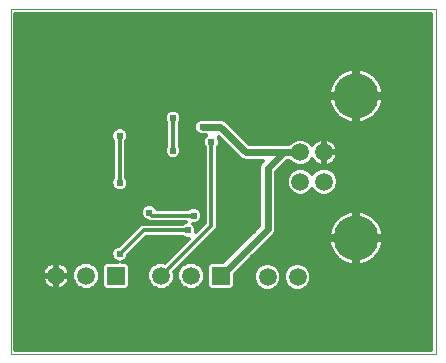
<source format=gbl>
G75*
G70*
%OFA0B0*%
%FSLAX24Y24*%
%IPPOS*%
%LPD*%
%AMOC8*
5,1,8,0,0,1.08239X$1,22.5*
%
%ADD10C,0.0000*%
%ADD11C,0.1502*%
%ADD12C,0.0594*%
%ADD13R,0.0594X0.0594*%
%ADD14C,0.0120*%
%ADD15C,0.0240*%
%ADD16C,0.0240*%
D10*
X001046Y003014D02*
X001046Y014530D01*
X015219Y014530D01*
X015219Y003014D01*
X001046Y003014D01*
D11*
X012562Y006888D03*
X012562Y011629D03*
D12*
X011495Y009751D03*
X010707Y009751D03*
X010707Y008766D03*
X011495Y008766D03*
X010609Y005593D03*
X009609Y005593D03*
X007062Y005629D03*
X006062Y005629D03*
X003562Y005629D03*
X002562Y005629D03*
D13*
X004562Y005629D03*
X008062Y005629D03*
D14*
X007605Y005684D02*
X007518Y005684D01*
X007518Y005719D02*
X007518Y005538D01*
X007449Y005370D01*
X007320Y005241D01*
X007152Y005172D01*
X006971Y005172D01*
X006803Y005241D01*
X006674Y005370D01*
X006605Y005538D01*
X006605Y005719D01*
X006674Y005887D01*
X006803Y006016D01*
X006971Y006085D01*
X007152Y006085D01*
X007320Y006016D01*
X007449Y005887D01*
X007518Y005719D01*
X007484Y005802D02*
X007605Y005802D01*
X007605Y005921D02*
X007416Y005921D01*
X007264Y006039D02*
X007652Y006039D01*
X007698Y006085D02*
X007605Y005992D01*
X007605Y005265D01*
X007698Y005172D01*
X008425Y005172D01*
X008518Y005265D01*
X008518Y005689D01*
X009846Y007017D01*
X009889Y007120D01*
X009889Y009099D01*
X010260Y009471D01*
X010341Y009471D01*
X010448Y009363D01*
X010616Y009294D01*
X010798Y009294D01*
X010966Y009363D01*
X011095Y009492D01*
X011103Y009513D01*
X011104Y009511D01*
X011146Y009453D01*
X011197Y009402D01*
X011255Y009360D01*
X011319Y009327D01*
X011388Y009305D01*
X011456Y009294D01*
X011456Y009712D01*
X011533Y009712D01*
X011533Y009294D01*
X011602Y009305D01*
X011670Y009327D01*
X011734Y009360D01*
X011792Y009402D01*
X011843Y009453D01*
X011885Y009511D01*
X011918Y009575D01*
X011940Y009644D01*
X011951Y009712D01*
X011533Y009712D01*
X011533Y009789D01*
X011456Y009789D01*
X011456Y010207D01*
X011388Y010196D01*
X011319Y010174D01*
X011255Y010141D01*
X011197Y010099D01*
X011146Y010048D01*
X011104Y009990D01*
X011103Y009989D01*
X011095Y010009D01*
X010966Y010138D01*
X010798Y010207D01*
X010616Y010207D01*
X010448Y010138D01*
X010341Y010031D01*
X008993Y010031D01*
X008271Y010752D01*
X008193Y010830D01*
X008090Y010873D01*
X007388Y010873D01*
X007285Y010830D01*
X007206Y010752D01*
X007163Y010649D01*
X007163Y010537D01*
X007206Y010434D01*
X007285Y010356D01*
X007388Y010313D01*
X007555Y010313D01*
X007501Y010260D01*
X007459Y010157D01*
X007459Y010045D01*
X007501Y009942D01*
X007519Y009925D01*
X007519Y007397D01*
X007231Y007109D01*
X007231Y007204D01*
X007189Y007307D01*
X007135Y007360D01*
X007204Y007360D01*
X007307Y007403D01*
X007386Y007482D01*
X007428Y007585D01*
X007428Y007696D01*
X007386Y007799D01*
X007307Y007878D01*
X007204Y007920D01*
X007092Y007920D01*
X006990Y007878D01*
X006972Y007860D01*
X005925Y007860D01*
X005909Y007897D01*
X005830Y007976D01*
X005728Y008019D01*
X005616Y008019D01*
X005513Y007976D01*
X005434Y007897D01*
X005392Y007794D01*
X005392Y007683D01*
X005434Y007580D01*
X005513Y007501D01*
X005616Y007459D01*
X005641Y007459D01*
X005679Y007420D01*
X006877Y007420D01*
X006793Y007386D01*
X006775Y007368D01*
X005384Y007368D01*
X004656Y006641D01*
X004632Y006641D01*
X004529Y006598D01*
X004450Y006519D01*
X004408Y006416D01*
X004408Y006305D01*
X004450Y006202D01*
X004529Y006123D01*
X004621Y006085D01*
X004198Y006085D01*
X004105Y005992D01*
X004105Y005265D01*
X004198Y005172D01*
X004925Y005172D01*
X005018Y005265D01*
X005018Y005992D01*
X004925Y006085D01*
X004754Y006085D01*
X004846Y006123D01*
X004925Y006202D01*
X004968Y006305D01*
X004968Y006330D01*
X005566Y006928D01*
X006775Y006928D01*
X006793Y006911D01*
X006896Y006868D01*
X006990Y006868D01*
X006191Y006069D01*
X006152Y006085D01*
X005971Y006085D01*
X005803Y006016D01*
X005674Y005887D01*
X005605Y005719D01*
X005605Y005538D01*
X005674Y005370D01*
X005803Y005241D01*
X005971Y005172D01*
X006152Y005172D01*
X006320Y005241D01*
X006449Y005370D01*
X006518Y005538D01*
X006518Y005719D01*
X006502Y005758D01*
X007959Y007215D01*
X007959Y009925D01*
X007976Y009942D01*
X008019Y010045D01*
X008019Y010157D01*
X007979Y010252D01*
X008718Y009513D01*
X008821Y009471D01*
X009468Y009471D01*
X009450Y009452D01*
X009371Y009374D01*
X009329Y009271D01*
X009329Y007292D01*
X008122Y006085D01*
X007698Y006085D01*
X007257Y006513D02*
X008550Y006513D01*
X008432Y006395D02*
X007139Y006395D01*
X007020Y006276D02*
X008313Y006276D01*
X008195Y006158D02*
X006902Y006158D01*
X006859Y006039D02*
X006783Y006039D01*
X006707Y005921D02*
X006665Y005921D01*
X006639Y005802D02*
X006546Y005802D01*
X006518Y005684D02*
X006605Y005684D01*
X006605Y005565D02*
X006518Y005565D01*
X006481Y005447D02*
X006642Y005447D01*
X006716Y005328D02*
X006407Y005328D01*
X006244Y005210D02*
X006879Y005210D01*
X007244Y005210D02*
X007661Y005210D01*
X007605Y005328D02*
X007407Y005328D01*
X007481Y005447D02*
X007605Y005447D01*
X007605Y005565D02*
X007518Y005565D01*
X008463Y005210D02*
X009346Y005210D01*
X009350Y005206D02*
X009518Y005136D01*
X009700Y005136D01*
X009868Y005206D01*
X009996Y005334D01*
X010066Y005502D01*
X010066Y005684D01*
X009996Y005852D01*
X009868Y005980D01*
X009700Y006050D01*
X009518Y006050D01*
X009350Y005980D01*
X009222Y005852D01*
X009152Y005684D01*
X009152Y005502D01*
X009222Y005334D01*
X009350Y005206D01*
X009228Y005328D02*
X008518Y005328D01*
X008518Y005447D02*
X009175Y005447D01*
X009152Y005565D02*
X008518Y005565D01*
X008518Y005684D02*
X009152Y005684D01*
X009201Y005802D02*
X008631Y005802D01*
X008750Y005921D02*
X009290Y005921D01*
X009492Y006039D02*
X008868Y006039D01*
X008987Y006158D02*
X012017Y006158D01*
X012054Y006129D02*
X012158Y006069D01*
X012268Y006024D01*
X012383Y005993D01*
X012502Y005977D01*
X012502Y006828D01*
X012622Y006828D01*
X012622Y006948D01*
X013473Y006948D01*
X013457Y007066D01*
X013426Y007182D01*
X013381Y007292D01*
X013321Y007396D01*
X013248Y007490D01*
X013164Y007575D01*
X013069Y007648D01*
X012965Y007707D01*
X012855Y007753D01*
X012740Y007784D01*
X012622Y007799D01*
X012622Y006948D01*
X012502Y006948D01*
X012502Y007799D01*
X012383Y007784D01*
X012268Y007753D01*
X012158Y007707D01*
X012054Y007648D01*
X011960Y007575D01*
X011875Y007490D01*
X011802Y007396D01*
X011743Y007292D01*
X011697Y007182D01*
X011666Y007066D01*
X011650Y006948D01*
X012502Y006948D01*
X012502Y006828D01*
X011650Y006828D01*
X011666Y006710D01*
X011697Y006595D01*
X011743Y006484D01*
X011802Y006381D01*
X011875Y006286D01*
X011960Y006202D01*
X012054Y006129D01*
X012231Y006039D02*
X010726Y006039D01*
X010700Y006050D02*
X010518Y006050D01*
X010350Y005980D01*
X010222Y005852D01*
X010152Y005684D01*
X010152Y005502D01*
X010222Y005334D01*
X010350Y005206D01*
X010518Y005136D01*
X010700Y005136D01*
X010868Y005206D01*
X010996Y005334D01*
X011066Y005502D01*
X011066Y005684D01*
X010996Y005852D01*
X010868Y005980D01*
X010700Y006050D01*
X010927Y005921D02*
X015059Y005921D01*
X015059Y006039D02*
X012892Y006039D01*
X012855Y006024D02*
X012965Y006069D01*
X013069Y006129D01*
X013164Y006202D01*
X013248Y006286D01*
X013321Y006381D01*
X013381Y006484D01*
X013426Y006595D01*
X013457Y006710D01*
X013473Y006828D01*
X012622Y006828D01*
X012622Y005977D01*
X012740Y005993D01*
X012855Y006024D01*
X012622Y006039D02*
X012502Y006039D01*
X012502Y006158D02*
X012622Y006158D01*
X012622Y006276D02*
X012502Y006276D01*
X012502Y006395D02*
X012622Y006395D01*
X012622Y006513D02*
X012502Y006513D01*
X012502Y006632D02*
X012622Y006632D01*
X012622Y006750D02*
X012502Y006750D01*
X012502Y006869D02*
X009698Y006869D01*
X009816Y006987D02*
X011656Y006987D01*
X011676Y007106D02*
X009883Y007106D01*
X009889Y007224D02*
X011714Y007224D01*
X011772Y007343D02*
X009889Y007343D01*
X009889Y007461D02*
X011852Y007461D01*
X011966Y007580D02*
X009889Y007580D01*
X009889Y007698D02*
X012142Y007698D01*
X012502Y007698D02*
X012622Y007698D01*
X012622Y007580D02*
X012502Y007580D01*
X012502Y007461D02*
X012622Y007461D01*
X012622Y007343D02*
X012502Y007343D01*
X012502Y007224D02*
X012622Y007224D01*
X012622Y007106D02*
X012502Y007106D01*
X012502Y006987D02*
X012622Y006987D01*
X012622Y006869D02*
X015059Y006869D01*
X015059Y006987D02*
X013468Y006987D01*
X013447Y007106D02*
X015059Y007106D01*
X015059Y007224D02*
X013409Y007224D01*
X013352Y007343D02*
X015059Y007343D01*
X015059Y007461D02*
X013271Y007461D01*
X013158Y007580D02*
X015059Y007580D01*
X015059Y007698D02*
X012982Y007698D01*
X013462Y006750D02*
X015059Y006750D01*
X015059Y006632D02*
X013436Y006632D01*
X013392Y006513D02*
X015059Y006513D01*
X015059Y006395D02*
X013329Y006395D01*
X013238Y006276D02*
X015059Y006276D01*
X015059Y006158D02*
X013106Y006158D01*
X011885Y006276D02*
X009105Y006276D01*
X009224Y006395D02*
X011795Y006395D01*
X011731Y006513D02*
X009342Y006513D01*
X009461Y006632D02*
X011687Y006632D01*
X011661Y006750D02*
X009579Y006750D01*
X009143Y007106D02*
X007850Y007106D01*
X007959Y007224D02*
X009261Y007224D01*
X009329Y007343D02*
X007959Y007343D01*
X007959Y007461D02*
X009329Y007461D01*
X009329Y007580D02*
X007959Y007580D01*
X007959Y007698D02*
X009329Y007698D01*
X009329Y007817D02*
X007959Y007817D01*
X007959Y007935D02*
X009329Y007935D01*
X009329Y008054D02*
X007959Y008054D01*
X007959Y008172D02*
X009329Y008172D01*
X009329Y008291D02*
X007959Y008291D01*
X007959Y008409D02*
X009329Y008409D01*
X009329Y008528D02*
X007959Y008528D01*
X007959Y008646D02*
X009329Y008646D01*
X009329Y008765D02*
X007959Y008765D01*
X007959Y008883D02*
X009329Y008883D01*
X009329Y009002D02*
X007959Y009002D01*
X007959Y009120D02*
X009329Y009120D01*
X009329Y009239D02*
X007959Y009239D01*
X007959Y009357D02*
X009365Y009357D01*
X008809Y009476D02*
X007959Y009476D01*
X007959Y009594D02*
X008637Y009594D01*
X008519Y009713D02*
X007959Y009713D01*
X007959Y009831D02*
X008400Y009831D01*
X008282Y009950D02*
X007979Y009950D01*
X008019Y010068D02*
X008163Y010068D01*
X008045Y010187D02*
X008006Y010187D01*
X007739Y010101D02*
X007739Y007306D01*
X006062Y005629D01*
X005639Y005802D02*
X005018Y005802D01*
X005018Y005684D02*
X005605Y005684D01*
X005605Y005565D02*
X005018Y005565D01*
X005018Y005447D02*
X005642Y005447D01*
X005716Y005328D02*
X005018Y005328D01*
X004963Y005210D02*
X005879Y005210D01*
X005707Y005921D02*
X005018Y005921D01*
X004971Y006039D02*
X005859Y006039D01*
X006279Y006158D02*
X004880Y006158D01*
X004956Y006276D02*
X006398Y006276D01*
X006516Y006395D02*
X005032Y006395D01*
X005151Y006513D02*
X006635Y006513D01*
X006753Y006632D02*
X005269Y006632D01*
X005388Y006750D02*
X006872Y006750D01*
X006895Y006869D02*
X005506Y006869D01*
X005475Y007148D02*
X004688Y006361D01*
X004495Y006158D02*
X001206Y006158D01*
X001206Y006276D02*
X004420Y006276D01*
X004408Y006395D02*
X001206Y006395D01*
X001206Y006513D02*
X004448Y006513D01*
X004609Y006632D02*
X001206Y006632D01*
X001206Y006750D02*
X004766Y006750D01*
X004884Y006869D02*
X001206Y006869D01*
X001206Y006987D02*
X005003Y006987D01*
X005121Y007106D02*
X001206Y007106D01*
X001206Y007224D02*
X005240Y007224D01*
X005358Y007343D02*
X001206Y007343D01*
X001206Y007461D02*
X005611Y007461D01*
X005435Y007580D02*
X001206Y007580D01*
X001206Y007698D02*
X005392Y007698D01*
X005401Y007817D02*
X001206Y007817D01*
X001206Y007935D02*
X005472Y007935D01*
X005672Y007739D02*
X005770Y007640D01*
X007148Y007640D01*
X007365Y007461D02*
X007519Y007461D01*
X007519Y007580D02*
X007426Y007580D01*
X007427Y007698D02*
X007519Y007698D01*
X007519Y007817D02*
X007368Y007817D01*
X007519Y007935D02*
X005872Y007935D01*
X005475Y007148D02*
X006951Y007148D01*
X007153Y007343D02*
X007464Y007343D01*
X007346Y007224D02*
X007223Y007224D01*
X007731Y006987D02*
X009024Y006987D01*
X008906Y006869D02*
X007613Y006869D01*
X007494Y006750D02*
X008787Y006750D01*
X008669Y006632D02*
X007376Y006632D01*
X007519Y008054D02*
X001206Y008054D01*
X001206Y008172D02*
X007519Y008172D01*
X007519Y008291D02*
X001206Y008291D01*
X001206Y008409D02*
X007519Y008409D01*
X007519Y008528D02*
X004888Y008528D01*
X004925Y008564D02*
X004846Y008486D01*
X004743Y008443D01*
X004632Y008443D01*
X004529Y008486D01*
X004450Y008564D01*
X004408Y008667D01*
X004408Y008779D01*
X004450Y008882D01*
X004468Y008899D01*
X004468Y010122D01*
X004450Y010139D01*
X004408Y010242D01*
X004408Y010353D01*
X004450Y010456D01*
X004529Y010535D01*
X004632Y010578D01*
X004743Y010578D01*
X004846Y010535D01*
X004925Y010456D01*
X004968Y010353D01*
X004968Y010242D01*
X004925Y010139D01*
X004908Y010122D01*
X004908Y008899D01*
X004925Y008882D01*
X004968Y008779D01*
X004968Y008667D01*
X004925Y008564D01*
X004959Y008646D02*
X007519Y008646D01*
X007519Y008765D02*
X004968Y008765D01*
X004924Y008883D02*
X007519Y008883D01*
X007519Y009002D02*
X004908Y009002D01*
X004908Y009120D02*
X007519Y009120D01*
X007519Y009239D02*
X004908Y009239D01*
X004908Y009357D02*
X007519Y009357D01*
X007519Y009476D02*
X004908Y009476D01*
X004908Y009594D02*
X006275Y009594D01*
X006301Y009568D02*
X006404Y009526D01*
X006515Y009526D01*
X006618Y009568D01*
X006697Y009647D01*
X006739Y009750D01*
X006739Y009861D01*
X006697Y009964D01*
X006679Y009982D01*
X006679Y010712D01*
X006697Y010730D01*
X006739Y010833D01*
X006739Y010944D01*
X006697Y011047D01*
X006618Y011126D01*
X006515Y011168D01*
X006404Y011168D01*
X006301Y011126D01*
X006222Y011047D01*
X006179Y010944D01*
X006179Y010833D01*
X006222Y010730D01*
X006239Y010712D01*
X006239Y009982D01*
X006222Y009964D01*
X006179Y009861D01*
X006179Y009750D01*
X006222Y009647D01*
X006301Y009568D01*
X006195Y009713D02*
X004908Y009713D01*
X004908Y009831D02*
X006179Y009831D01*
X006216Y009950D02*
X004908Y009950D01*
X004908Y010068D02*
X006239Y010068D01*
X006239Y010187D02*
X004945Y010187D01*
X004968Y010305D02*
X006239Y010305D01*
X006239Y010424D02*
X004939Y010424D01*
X004830Y010542D02*
X006239Y010542D01*
X006239Y010661D02*
X001206Y010661D01*
X001206Y010779D02*
X006201Y010779D01*
X006179Y010898D02*
X001206Y010898D01*
X001206Y011016D02*
X006209Y011016D01*
X006322Y011135D02*
X001206Y011135D01*
X001206Y011253D02*
X011731Y011253D01*
X011743Y011225D02*
X011697Y011335D01*
X011666Y011450D01*
X011650Y011569D01*
X012502Y011569D01*
X012502Y011689D01*
X012502Y012540D01*
X012383Y012524D01*
X012268Y012493D01*
X012158Y012447D01*
X012054Y012388D01*
X011960Y012315D01*
X011875Y012231D01*
X011802Y012136D01*
X011743Y012032D01*
X011697Y011922D01*
X011666Y011807D01*
X011650Y011689D01*
X012502Y011689D01*
X012622Y011689D01*
X012622Y012540D01*
X012740Y012524D01*
X012855Y012493D01*
X012965Y012447D01*
X013069Y012388D01*
X013164Y012315D01*
X013248Y012231D01*
X013321Y012136D01*
X013381Y012032D01*
X013426Y011922D01*
X013457Y011807D01*
X013473Y011689D01*
X012622Y011689D01*
X012622Y011569D01*
X013473Y011569D01*
X013457Y011450D01*
X013426Y011335D01*
X013381Y011225D01*
X013321Y011121D01*
X013248Y011026D01*
X013164Y010942D01*
X013069Y010869D01*
X012965Y010810D01*
X012855Y010764D01*
X012740Y010733D01*
X012622Y010717D01*
X012622Y011568D01*
X012502Y011568D01*
X012502Y010717D01*
X012383Y010733D01*
X012268Y010764D01*
X012158Y010810D01*
X012054Y010869D01*
X011960Y010942D01*
X011875Y011026D01*
X011802Y011121D01*
X011743Y011225D01*
X011795Y011135D02*
X006597Y011135D01*
X006709Y011016D02*
X011885Y011016D01*
X012017Y010898D02*
X006739Y010898D01*
X006717Y010779D02*
X007233Y010779D01*
X007168Y010661D02*
X006679Y010661D01*
X006679Y010542D02*
X007163Y010542D01*
X007217Y010424D02*
X006679Y010424D01*
X006679Y010305D02*
X007547Y010305D01*
X007471Y010187D02*
X006679Y010187D01*
X006679Y010068D02*
X007459Y010068D01*
X007498Y009950D02*
X006703Y009950D01*
X006739Y009831D02*
X007519Y009831D01*
X007519Y009713D02*
X006724Y009713D01*
X006644Y009594D02*
X007519Y009594D01*
X006459Y009806D02*
X006459Y010888D01*
X008244Y010779D02*
X012231Y010779D01*
X012502Y010779D02*
X012622Y010779D01*
X012622Y010898D02*
X012502Y010898D01*
X012502Y011016D02*
X012622Y011016D01*
X012622Y011135D02*
X012502Y011135D01*
X012502Y011253D02*
X012622Y011253D01*
X012622Y011372D02*
X012502Y011372D01*
X012502Y011490D02*
X012622Y011490D01*
X012622Y011609D02*
X015059Y011609D01*
X015059Y011727D02*
X013468Y011727D01*
X013447Y011846D02*
X015059Y011846D01*
X015059Y011964D02*
X013409Y011964D01*
X013352Y012083D02*
X015059Y012083D01*
X015059Y012201D02*
X013271Y012201D01*
X013158Y012320D02*
X015059Y012320D01*
X015059Y012438D02*
X012982Y012438D01*
X012622Y012438D02*
X012502Y012438D01*
X012502Y012320D02*
X012622Y012320D01*
X012622Y012201D02*
X012502Y012201D01*
X012502Y012083D02*
X012622Y012083D01*
X012622Y011964D02*
X012502Y011964D01*
X012502Y011846D02*
X012622Y011846D01*
X012622Y011727D02*
X012502Y011727D01*
X012502Y011609D02*
X001206Y011609D01*
X001206Y011727D02*
X011656Y011727D01*
X011676Y011846D02*
X001206Y011846D01*
X001206Y011964D02*
X011714Y011964D01*
X011772Y012083D02*
X001206Y012083D01*
X001206Y012201D02*
X011852Y012201D01*
X011965Y012320D02*
X001206Y012320D01*
X001206Y012438D02*
X012141Y012438D01*
X011661Y011490D02*
X001206Y011490D01*
X001206Y011372D02*
X011687Y011372D01*
X012892Y010779D02*
X015059Y010779D01*
X015059Y010661D02*
X008363Y010661D01*
X008481Y010542D02*
X015059Y010542D01*
X015059Y010424D02*
X008600Y010424D01*
X008718Y010305D02*
X015059Y010305D01*
X015059Y010187D02*
X011631Y010187D01*
X011602Y010196D02*
X011670Y010174D01*
X011734Y010141D01*
X011792Y010099D01*
X011843Y010048D01*
X011885Y009990D01*
X011918Y009926D01*
X011940Y009858D01*
X011951Y009789D01*
X011533Y009789D01*
X011533Y010207D01*
X011602Y010196D01*
X011533Y010187D02*
X011456Y010187D01*
X011358Y010187D02*
X010849Y010187D01*
X011036Y010068D02*
X011166Y010068D01*
X011456Y010068D02*
X011533Y010068D01*
X011533Y009950D02*
X011456Y009950D01*
X011456Y009831D02*
X011533Y009831D01*
X011533Y009713D02*
X015059Y009713D01*
X015059Y009831D02*
X011944Y009831D01*
X011906Y009950D02*
X015059Y009950D01*
X015059Y010068D02*
X011823Y010068D01*
X011924Y009594D02*
X015059Y009594D01*
X015059Y009476D02*
X011860Y009476D01*
X011729Y009357D02*
X015059Y009357D01*
X015059Y009239D02*
X010028Y009239D01*
X010147Y009357D02*
X010464Y009357D01*
X010616Y009223D02*
X010448Y009154D01*
X010320Y009025D01*
X010250Y008857D01*
X010250Y008675D01*
X010320Y008508D01*
X010448Y008379D01*
X010616Y008309D01*
X010798Y008309D01*
X010966Y008379D01*
X011095Y008508D01*
X011101Y008523D01*
X011107Y008508D01*
X011236Y008379D01*
X011404Y008309D01*
X011586Y008309D01*
X011753Y008379D01*
X011882Y008508D01*
X011951Y008675D01*
X011951Y008857D01*
X011882Y009025D01*
X011753Y009154D01*
X011586Y009223D01*
X011404Y009223D01*
X011236Y009154D01*
X011107Y009025D01*
X011101Y009010D01*
X011095Y009025D01*
X010966Y009154D01*
X010798Y009223D01*
X010616Y009223D01*
X010415Y009120D02*
X009910Y009120D01*
X009889Y009002D02*
X010310Y009002D01*
X010261Y008883D02*
X009889Y008883D01*
X009889Y008765D02*
X010250Y008765D01*
X010263Y008646D02*
X009889Y008646D01*
X009889Y008528D02*
X010312Y008528D01*
X010418Y008409D02*
X009889Y008409D01*
X009889Y008291D02*
X015059Y008291D01*
X015059Y008409D02*
X011783Y008409D01*
X011890Y008528D02*
X015059Y008528D01*
X015059Y008646D02*
X011939Y008646D01*
X011951Y008765D02*
X015059Y008765D01*
X015059Y008883D02*
X011941Y008883D01*
X011892Y009002D02*
X015059Y009002D01*
X015059Y009120D02*
X011787Y009120D01*
X011533Y009357D02*
X011456Y009357D01*
X011456Y009476D02*
X011533Y009476D01*
X011533Y009594D02*
X011456Y009594D01*
X011261Y009357D02*
X010951Y009357D01*
X011078Y009476D02*
X011130Y009476D01*
X011202Y009120D02*
X011000Y009120D01*
X010707Y009751D02*
X010144Y009751D01*
X010379Y010068D02*
X008955Y010068D01*
X008837Y010187D02*
X010566Y010187D01*
X010996Y008409D02*
X011206Y008409D01*
X009889Y008172D02*
X015059Y008172D01*
X015059Y008054D02*
X009889Y008054D01*
X009889Y007935D02*
X015059Y007935D01*
X015059Y007817D02*
X009889Y007817D01*
X009726Y006039D02*
X010492Y006039D01*
X010290Y005921D02*
X009927Y005921D01*
X010017Y005802D02*
X010201Y005802D01*
X010152Y005684D02*
X010066Y005684D01*
X010066Y005565D02*
X010152Y005565D01*
X010175Y005447D02*
X010043Y005447D01*
X009990Y005328D02*
X010228Y005328D01*
X010346Y005210D02*
X009871Y005210D01*
X010871Y005210D02*
X015059Y005210D01*
X015059Y005328D02*
X010990Y005328D01*
X011043Y005447D02*
X015059Y005447D01*
X015059Y005565D02*
X011066Y005565D01*
X011066Y005684D02*
X015059Y005684D01*
X015059Y005802D02*
X011017Y005802D01*
X015059Y005091D02*
X001206Y005091D01*
X001206Y004973D02*
X015059Y004973D01*
X015059Y004854D02*
X001206Y004854D01*
X001206Y004736D02*
X015059Y004736D01*
X015059Y004617D02*
X001206Y004617D01*
X001206Y004499D02*
X015059Y004499D01*
X015059Y004380D02*
X001206Y004380D01*
X001206Y004262D02*
X015059Y004262D01*
X015059Y004143D02*
X001206Y004143D01*
X001206Y004025D02*
X015059Y004025D01*
X015059Y003906D02*
X001206Y003906D01*
X001206Y003788D02*
X015059Y003788D01*
X015059Y003669D02*
X001206Y003669D01*
X001206Y003551D02*
X015059Y003551D01*
X015059Y003432D02*
X001206Y003432D01*
X001206Y003314D02*
X015059Y003314D01*
X015059Y003195D02*
X001206Y003195D01*
X001206Y003174D02*
X001206Y014370D01*
X015059Y014370D01*
X015059Y003174D01*
X001206Y003174D01*
X002386Y005205D02*
X002455Y005183D01*
X002523Y005172D01*
X002523Y005590D01*
X002105Y005590D01*
X002116Y005522D01*
X002138Y005453D01*
X002171Y005389D01*
X002213Y005331D01*
X002264Y005280D01*
X002322Y005238D01*
X002386Y005205D01*
X002378Y005210D02*
X001206Y005210D01*
X001206Y005328D02*
X002216Y005328D01*
X002142Y005447D02*
X001206Y005447D01*
X001206Y005565D02*
X002109Y005565D01*
X002105Y005667D02*
X002523Y005667D01*
X002523Y005590D01*
X002600Y005590D01*
X002600Y005172D01*
X002669Y005183D01*
X002737Y005205D01*
X002801Y005238D01*
X002859Y005280D01*
X002910Y005331D01*
X002952Y005389D01*
X002985Y005453D01*
X003007Y005522D01*
X003018Y005590D01*
X002600Y005590D01*
X002600Y005667D01*
X002523Y005667D01*
X002523Y006085D01*
X002455Y006074D01*
X002386Y006052D01*
X002322Y006019D01*
X002264Y005977D01*
X002213Y005926D01*
X002171Y005868D01*
X002138Y005804D01*
X002116Y005735D01*
X002105Y005667D01*
X002108Y005684D02*
X001206Y005684D01*
X001206Y005802D02*
X002138Y005802D01*
X002209Y005921D02*
X001206Y005921D01*
X001206Y006039D02*
X002361Y006039D01*
X002523Y006039D02*
X002600Y006039D01*
X002600Y006085D02*
X002669Y006074D01*
X002737Y006052D01*
X002801Y006019D01*
X002859Y005977D01*
X002910Y005926D01*
X002952Y005868D01*
X002985Y005804D01*
X003007Y005735D01*
X003018Y005667D01*
X002600Y005667D01*
X002600Y006085D01*
X002600Y005921D02*
X002523Y005921D01*
X002523Y005802D02*
X002600Y005802D01*
X002600Y005684D02*
X002523Y005684D01*
X002523Y005565D02*
X002600Y005565D01*
X002600Y005447D02*
X002523Y005447D01*
X002523Y005328D02*
X002600Y005328D01*
X002600Y005210D02*
X002523Y005210D01*
X002746Y005210D02*
X003379Y005210D01*
X003303Y005241D02*
X003174Y005370D01*
X003105Y005538D01*
X003105Y005719D01*
X003174Y005887D01*
X003303Y006016D01*
X003471Y006085D01*
X003652Y006085D01*
X003820Y006016D01*
X003949Y005887D01*
X004018Y005719D01*
X004018Y005538D01*
X003949Y005370D01*
X003820Y005241D01*
X003652Y005172D01*
X003471Y005172D01*
X003303Y005241D01*
X003216Y005328D02*
X002907Y005328D01*
X002982Y005447D02*
X003142Y005447D01*
X003105Y005565D02*
X003014Y005565D01*
X003015Y005684D02*
X003105Y005684D01*
X003139Y005802D02*
X002986Y005802D01*
X002914Y005921D02*
X003207Y005921D01*
X003359Y006039D02*
X002762Y006039D01*
X003764Y006039D02*
X004152Y006039D01*
X004105Y005921D02*
X003916Y005921D01*
X003984Y005802D02*
X004105Y005802D01*
X004105Y005684D02*
X004018Y005684D01*
X004018Y005565D02*
X004105Y005565D01*
X004105Y005447D02*
X003981Y005447D01*
X003907Y005328D02*
X004105Y005328D01*
X004161Y005210D02*
X003744Y005210D01*
X004487Y008528D02*
X001206Y008528D01*
X001206Y008646D02*
X004416Y008646D01*
X004408Y008765D02*
X001206Y008765D01*
X001206Y008883D02*
X004452Y008883D01*
X004468Y009002D02*
X001206Y009002D01*
X001206Y009120D02*
X004468Y009120D01*
X004468Y009239D02*
X001206Y009239D01*
X001206Y009357D02*
X004468Y009357D01*
X004468Y009476D02*
X001206Y009476D01*
X001206Y009594D02*
X004468Y009594D01*
X004468Y009713D02*
X001206Y009713D01*
X001206Y009831D02*
X004468Y009831D01*
X004468Y009950D02*
X001206Y009950D01*
X001206Y010068D02*
X004468Y010068D01*
X004431Y010187D02*
X001206Y010187D01*
X001206Y010305D02*
X004408Y010305D01*
X004437Y010424D02*
X001206Y010424D01*
X001206Y010542D02*
X004545Y010542D01*
X004688Y010298D02*
X004688Y008723D01*
X001206Y012557D02*
X015059Y012557D01*
X015059Y012675D02*
X001206Y012675D01*
X001206Y012794D02*
X015059Y012794D01*
X015059Y012912D02*
X001206Y012912D01*
X001206Y013031D02*
X015059Y013031D01*
X015059Y013149D02*
X001206Y013149D01*
X001206Y013268D02*
X015059Y013268D01*
X015059Y013386D02*
X001206Y013386D01*
X001206Y013505D02*
X015059Y013505D01*
X015059Y013623D02*
X001206Y013623D01*
X001206Y013742D02*
X015059Y013742D01*
X015059Y013860D02*
X001206Y013860D01*
X001206Y013979D02*
X015059Y013979D01*
X015059Y014097D02*
X001206Y014097D01*
X001206Y014216D02*
X015059Y014216D01*
X015059Y014334D02*
X001206Y014334D01*
X013106Y010898D02*
X015059Y010898D01*
X015059Y011016D02*
X013238Y011016D01*
X013329Y011135D02*
X015059Y011135D01*
X015059Y011253D02*
X013392Y011253D01*
X013436Y011372D02*
X015059Y011372D01*
X015059Y011490D02*
X013462Y011490D01*
D15*
X012758Y010396D03*
X014333Y010396D03*
X014333Y012758D03*
X011577Y012758D03*
X010790Y010790D03*
X009609Y010790D03*
X008428Y009609D03*
X007739Y010101D03*
X007443Y010593D03*
X006459Y010888D03*
X006459Y009806D03*
X007247Y009609D03*
X005672Y007739D03*
X004884Y008034D03*
X004688Y008723D03*
X004688Y010298D03*
X004884Y011577D03*
X004097Y012758D03*
X002129Y012758D03*
X002129Y010790D03*
X001735Y008821D03*
X002916Y007640D03*
X001735Y006853D03*
X001735Y004491D03*
X003310Y004491D03*
X005278Y004491D03*
X004688Y006361D03*
X006951Y007148D03*
X007148Y007640D03*
X008821Y007640D03*
X010790Y007640D03*
X012365Y008034D03*
X014333Y008034D03*
X014333Y005278D03*
X011971Y004491D03*
X007640Y004491D03*
X009215Y012758D03*
D16*
X008034Y010593D02*
X007443Y010593D01*
X008034Y010593D02*
X008877Y009751D01*
X010707Y009751D01*
X010144Y009751D02*
X009609Y009215D01*
X009609Y007176D01*
X008062Y005629D01*
M02*

</source>
